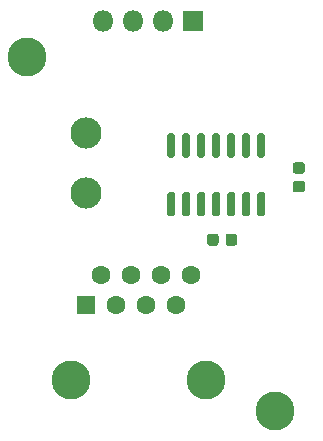
<source format=gbr>
%TF.GenerationSoftware,KiCad,Pcbnew,5.1.6-1.fc32*%
%TF.CreationDate,2020-08-29T01:18:13+01:00*%
%TF.ProjectId,ACNodeAdaptor,41434e6f-6465-4416-9461-70746f722e6b,rev?*%
%TF.SameCoordinates,Original*%
%TF.FileFunction,Soldermask,Top*%
%TF.FilePolarity,Negative*%
%FSLAX46Y46*%
G04 Gerber Fmt 4.6, Leading zero omitted, Abs format (unit mm)*
G04 Created by KiCad (PCBNEW 5.1.6-1.fc32) date 2020-08-29 01:18:13*
%MOMM*%
%LPD*%
G01*
G04 APERTURE LIST*
%ADD10C,3.300000*%
%ADD11C,2.640000*%
%ADD12C,1.600000*%
%ADD13R,1.600000X1.600000*%
%ADD14O,1.800000X1.800000*%
%ADD15R,1.800000X1.800000*%
G04 APERTURE END LIST*
D10*
%TO.C,REF\u002A\u002A*%
X156000000Y-105000000D03*
%TD*%
%TO.C,REF\u002A\u002A*%
X135000000Y-75000000D03*
%TD*%
D11*
%TO.C,J1*%
X139950000Y-86520000D03*
X139950000Y-81440000D03*
%TD*%
%TO.C,U1*%
G36*
G01*
X154635000Y-86450000D02*
X154985000Y-86450000D01*
G75*
G02*
X155160000Y-86625000I0J-175000D01*
G01*
X155160000Y-88325000D01*
G75*
G02*
X154985000Y-88500000I-175000J0D01*
G01*
X154635000Y-88500000D01*
G75*
G02*
X154460000Y-88325000I0J175000D01*
G01*
X154460000Y-86625000D01*
G75*
G02*
X154635000Y-86450000I175000J0D01*
G01*
G37*
G36*
G01*
X153365000Y-86450000D02*
X153715000Y-86450000D01*
G75*
G02*
X153890000Y-86625000I0J-175000D01*
G01*
X153890000Y-88325000D01*
G75*
G02*
X153715000Y-88500000I-175000J0D01*
G01*
X153365000Y-88500000D01*
G75*
G02*
X153190000Y-88325000I0J175000D01*
G01*
X153190000Y-86625000D01*
G75*
G02*
X153365000Y-86450000I175000J0D01*
G01*
G37*
G36*
G01*
X152095000Y-86450000D02*
X152445000Y-86450000D01*
G75*
G02*
X152620000Y-86625000I0J-175000D01*
G01*
X152620000Y-88325000D01*
G75*
G02*
X152445000Y-88500000I-175000J0D01*
G01*
X152095000Y-88500000D01*
G75*
G02*
X151920000Y-88325000I0J175000D01*
G01*
X151920000Y-86625000D01*
G75*
G02*
X152095000Y-86450000I175000J0D01*
G01*
G37*
G36*
G01*
X150825000Y-86450000D02*
X151175000Y-86450000D01*
G75*
G02*
X151350000Y-86625000I0J-175000D01*
G01*
X151350000Y-88325000D01*
G75*
G02*
X151175000Y-88500000I-175000J0D01*
G01*
X150825000Y-88500000D01*
G75*
G02*
X150650000Y-88325000I0J175000D01*
G01*
X150650000Y-86625000D01*
G75*
G02*
X150825000Y-86450000I175000J0D01*
G01*
G37*
G36*
G01*
X149555000Y-86450000D02*
X149905000Y-86450000D01*
G75*
G02*
X150080000Y-86625000I0J-175000D01*
G01*
X150080000Y-88325000D01*
G75*
G02*
X149905000Y-88500000I-175000J0D01*
G01*
X149555000Y-88500000D01*
G75*
G02*
X149380000Y-88325000I0J175000D01*
G01*
X149380000Y-86625000D01*
G75*
G02*
X149555000Y-86450000I175000J0D01*
G01*
G37*
G36*
G01*
X148285000Y-86450000D02*
X148635000Y-86450000D01*
G75*
G02*
X148810000Y-86625000I0J-175000D01*
G01*
X148810000Y-88325000D01*
G75*
G02*
X148635000Y-88500000I-175000J0D01*
G01*
X148285000Y-88500000D01*
G75*
G02*
X148110000Y-88325000I0J175000D01*
G01*
X148110000Y-86625000D01*
G75*
G02*
X148285000Y-86450000I175000J0D01*
G01*
G37*
G36*
G01*
X147015000Y-86450000D02*
X147365000Y-86450000D01*
G75*
G02*
X147540000Y-86625000I0J-175000D01*
G01*
X147540000Y-88325000D01*
G75*
G02*
X147365000Y-88500000I-175000J0D01*
G01*
X147015000Y-88500000D01*
G75*
G02*
X146840000Y-88325000I0J175000D01*
G01*
X146840000Y-86625000D01*
G75*
G02*
X147015000Y-86450000I175000J0D01*
G01*
G37*
G36*
G01*
X147015000Y-81500000D02*
X147365000Y-81500000D01*
G75*
G02*
X147540000Y-81675000I0J-175000D01*
G01*
X147540000Y-83375000D01*
G75*
G02*
X147365000Y-83550000I-175000J0D01*
G01*
X147015000Y-83550000D01*
G75*
G02*
X146840000Y-83375000I0J175000D01*
G01*
X146840000Y-81675000D01*
G75*
G02*
X147015000Y-81500000I175000J0D01*
G01*
G37*
G36*
G01*
X148285000Y-81500000D02*
X148635000Y-81500000D01*
G75*
G02*
X148810000Y-81675000I0J-175000D01*
G01*
X148810000Y-83375000D01*
G75*
G02*
X148635000Y-83550000I-175000J0D01*
G01*
X148285000Y-83550000D01*
G75*
G02*
X148110000Y-83375000I0J175000D01*
G01*
X148110000Y-81675000D01*
G75*
G02*
X148285000Y-81500000I175000J0D01*
G01*
G37*
G36*
G01*
X149555000Y-81500000D02*
X149905000Y-81500000D01*
G75*
G02*
X150080000Y-81675000I0J-175000D01*
G01*
X150080000Y-83375000D01*
G75*
G02*
X149905000Y-83550000I-175000J0D01*
G01*
X149555000Y-83550000D01*
G75*
G02*
X149380000Y-83375000I0J175000D01*
G01*
X149380000Y-81675000D01*
G75*
G02*
X149555000Y-81500000I175000J0D01*
G01*
G37*
G36*
G01*
X150825000Y-81500000D02*
X151175000Y-81500000D01*
G75*
G02*
X151350000Y-81675000I0J-175000D01*
G01*
X151350000Y-83375000D01*
G75*
G02*
X151175000Y-83550000I-175000J0D01*
G01*
X150825000Y-83550000D01*
G75*
G02*
X150650000Y-83375000I0J175000D01*
G01*
X150650000Y-81675000D01*
G75*
G02*
X150825000Y-81500000I175000J0D01*
G01*
G37*
G36*
G01*
X152095000Y-81500000D02*
X152445000Y-81500000D01*
G75*
G02*
X152620000Y-81675000I0J-175000D01*
G01*
X152620000Y-83375000D01*
G75*
G02*
X152445000Y-83550000I-175000J0D01*
G01*
X152095000Y-83550000D01*
G75*
G02*
X151920000Y-83375000I0J175000D01*
G01*
X151920000Y-81675000D01*
G75*
G02*
X152095000Y-81500000I175000J0D01*
G01*
G37*
G36*
G01*
X153365000Y-81500000D02*
X153715000Y-81500000D01*
G75*
G02*
X153890000Y-81675000I0J-175000D01*
G01*
X153890000Y-83375000D01*
G75*
G02*
X153715000Y-83550000I-175000J0D01*
G01*
X153365000Y-83550000D01*
G75*
G02*
X153190000Y-83375000I0J175000D01*
G01*
X153190000Y-81675000D01*
G75*
G02*
X153365000Y-81500000I175000J0D01*
G01*
G37*
G36*
G01*
X154635000Y-81500000D02*
X154985000Y-81500000D01*
G75*
G02*
X155160000Y-81675000I0J-175000D01*
G01*
X155160000Y-83375000D01*
G75*
G02*
X154985000Y-83550000I-175000J0D01*
G01*
X154635000Y-83550000D01*
G75*
G02*
X154460000Y-83375000I0J175000D01*
G01*
X154460000Y-81675000D01*
G75*
G02*
X154635000Y-81500000I175000J0D01*
G01*
G37*
%TD*%
%TO.C,R1*%
G36*
G01*
X151200000Y-90218750D02*
X151200000Y-90781250D01*
G75*
G02*
X150956250Y-91025000I-243750J0D01*
G01*
X150468750Y-91025000D01*
G75*
G02*
X150225000Y-90781250I0J243750D01*
G01*
X150225000Y-90218750D01*
G75*
G02*
X150468750Y-89975000I243750J0D01*
G01*
X150956250Y-89975000D01*
G75*
G02*
X151200000Y-90218750I0J-243750D01*
G01*
G37*
G36*
G01*
X152775000Y-90218750D02*
X152775000Y-90781250D01*
G75*
G02*
X152531250Y-91025000I-243750J0D01*
G01*
X152043750Y-91025000D01*
G75*
G02*
X151800000Y-90781250I0J243750D01*
G01*
X151800000Y-90218750D01*
G75*
G02*
X152043750Y-89975000I243750J0D01*
G01*
X152531250Y-89975000D01*
G75*
G02*
X152775000Y-90218750I0J-243750D01*
G01*
G37*
%TD*%
D12*
%TO.C,J3*%
X148890000Y-93460000D03*
X147620000Y-96000000D03*
X146350000Y-93460000D03*
X145080000Y-96000000D03*
X143810000Y-93460000D03*
X142540000Y-96000000D03*
X141270000Y-93460000D03*
D13*
X140000000Y-96000000D03*
D10*
X138730000Y-102350000D03*
X150160000Y-102350000D03*
%TD*%
D14*
%TO.C,J2*%
X141380000Y-72000000D03*
X143920000Y-72000000D03*
X146460000Y-72000000D03*
D15*
X149000000Y-72000000D03*
%TD*%
%TO.C,C1*%
G36*
G01*
X158281250Y-84912500D02*
X157718750Y-84912500D01*
G75*
G02*
X157475000Y-84668750I0J243750D01*
G01*
X157475000Y-84181250D01*
G75*
G02*
X157718750Y-83937500I243750J0D01*
G01*
X158281250Y-83937500D01*
G75*
G02*
X158525000Y-84181250I0J-243750D01*
G01*
X158525000Y-84668750D01*
G75*
G02*
X158281250Y-84912500I-243750J0D01*
G01*
G37*
G36*
G01*
X158281250Y-86487500D02*
X157718750Y-86487500D01*
G75*
G02*
X157475000Y-86243750I0J243750D01*
G01*
X157475000Y-85756250D01*
G75*
G02*
X157718750Y-85512500I243750J0D01*
G01*
X158281250Y-85512500D01*
G75*
G02*
X158525000Y-85756250I0J-243750D01*
G01*
X158525000Y-86243750D01*
G75*
G02*
X158281250Y-86487500I-243750J0D01*
G01*
G37*
%TD*%
M02*

</source>
